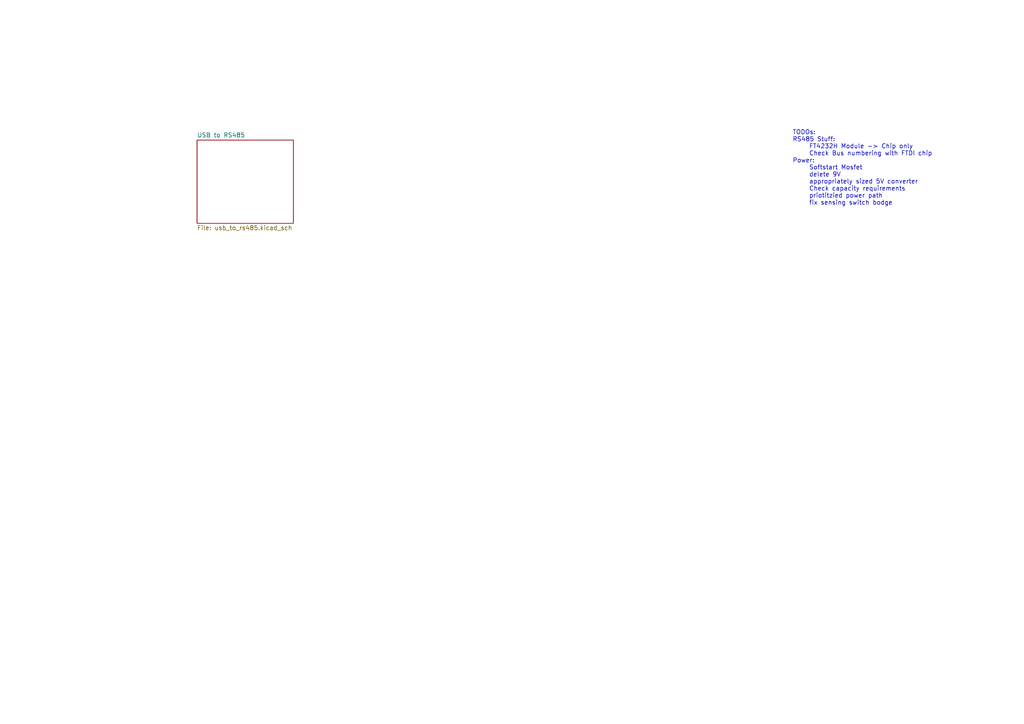
<source format=kicad_sch>
(kicad_sch (version 20211123) (generator eeschema)
  (paper "A4")
  (lib_symbols)
  (text "TODOs:\nRS485 Stuff:\n	FT4232H Module -> Chip only\n	Check Bus numbering with FTDI chip\nPower:\n	Softstart Mosfet\n	delete 9V\n	appropriately sized 5V converter\n	Check capacity requirements\n	priotitzied power path\n	fix sensing switch bodge" (at 229.87 59.69 0) (effects (font (size 1.27 1.27)) (justify left bottom)))
  (sheet (at 57.15 40.64) (size 27.94 24.13) (stroke (width 0.1524))
    (property "Sheet name" "USB to RS485" (at 57.15 39.9284 0) (effects (justify left bottom)))
    (property "Sheet file" "usb_to_rs485.kicad_sch" (at 57.15 65.3546 0) (effects (justify left top)))
  )
)
</source>
